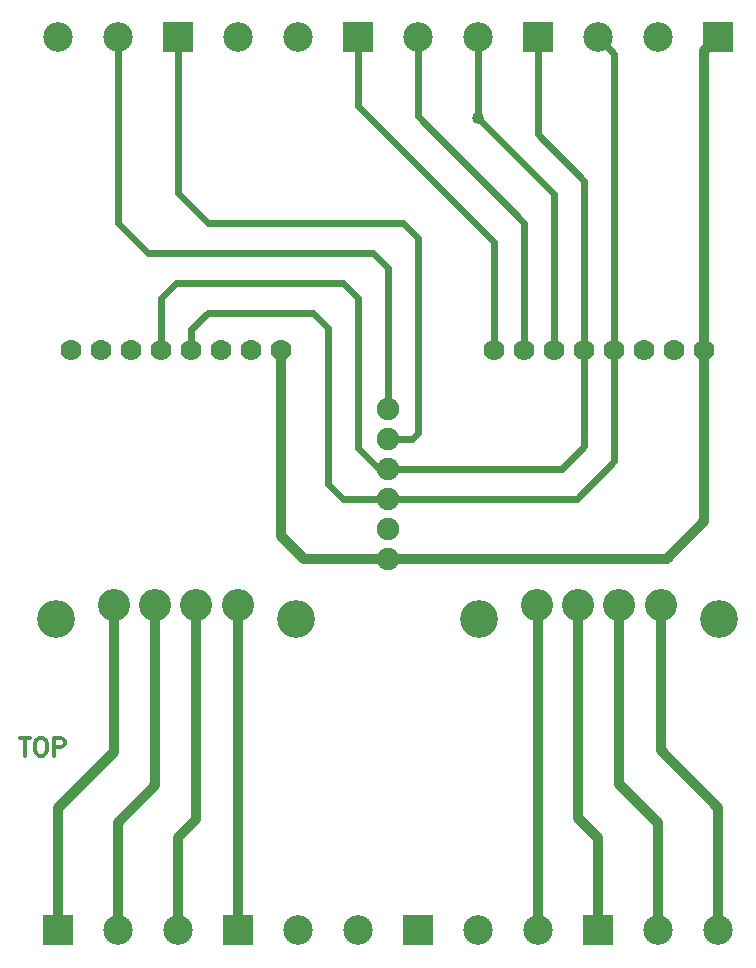
<source format=gtl>
G04 #@! TF.FileFunction,Copper,L1,Top,Signal*
%FSLAX46Y46*%
G04 Gerber Fmt 4.6, Leading zero omitted, Abs format (unit mm)*
G04 Created by KiCad (PCBNEW 4.0.6) date 06/12/17 11:19:09*
%MOMM*%
%LPD*%
G01*
G04 APERTURE LIST*
%ADD10C,0.100000*%
%ADD11C,0.300000*%
%ADD12R,2.500000X2.500000*%
%ADD13C,2.500000*%
%ADD14C,3.200400*%
%ADD15C,1.778000*%
%ADD16C,2.717800*%
%ADD17C,1.900000*%
%ADD18C,1.016000*%
%ADD19C,0.812800*%
%ADD20C,0.609600*%
G04 APERTURE END LIST*
D10*
D11*
X80585714Y-116018571D02*
X81442857Y-116018571D01*
X81014286Y-117518571D02*
X81014286Y-116018571D01*
X82228571Y-116018571D02*
X82514285Y-116018571D01*
X82657143Y-116090000D01*
X82800000Y-116232857D01*
X82871428Y-116518571D01*
X82871428Y-117018571D01*
X82800000Y-117304286D01*
X82657143Y-117447143D01*
X82514285Y-117518571D01*
X82228571Y-117518571D01*
X82085714Y-117447143D01*
X81942857Y-117304286D01*
X81871428Y-117018571D01*
X81871428Y-116518571D01*
X81942857Y-116232857D01*
X82085714Y-116090000D01*
X82228571Y-116018571D01*
X83514286Y-117518571D02*
X83514286Y-116018571D01*
X84085714Y-116018571D01*
X84228572Y-116090000D01*
X84300000Y-116161429D01*
X84371429Y-116304286D01*
X84371429Y-116518571D01*
X84300000Y-116661429D01*
X84228572Y-116732857D01*
X84085714Y-116804286D01*
X83514286Y-116804286D01*
D12*
X139700000Y-56700000D03*
D13*
X134620000Y-56700000D03*
X129540000Y-56700000D03*
D12*
X124460000Y-56700000D03*
D13*
X119380000Y-56700000D03*
X114300000Y-56700000D03*
D12*
X109220000Y-56700000D03*
D13*
X104140000Y-56700000D03*
X99060000Y-56700000D03*
D12*
X93980000Y-56700000D03*
D13*
X88900000Y-56700000D03*
X83820000Y-56700000D03*
D12*
X83820000Y-132300000D03*
D13*
X88900000Y-132300000D03*
X93980000Y-132300000D03*
D12*
X99060000Y-132300000D03*
D13*
X104140000Y-132300000D03*
X109220000Y-132300000D03*
D12*
X114300000Y-132300000D03*
D13*
X119380000Y-132300000D03*
X124460000Y-132300000D03*
D12*
X129540000Y-132300000D03*
D13*
X134620000Y-132300000D03*
X139700000Y-132300000D03*
D14*
X139827000Y-105930000D03*
X119507000Y-105930000D03*
D15*
X138557000Y-83197000D03*
X136017000Y-83197000D03*
X133477000Y-83197000D03*
X130937000Y-83197000D03*
X128397000Y-83197000D03*
X125857000Y-83197000D03*
X123317000Y-83197000D03*
X120777000Y-83197000D03*
D16*
X124360940Y-104787000D03*
X127861060Y-104787000D03*
X131345940Y-104787000D03*
X134846060Y-104787000D03*
D14*
X104013000Y-105930000D03*
X83693000Y-105930000D03*
D15*
X102743000Y-83197000D03*
X100203000Y-83197000D03*
X97663000Y-83197000D03*
X95123000Y-83197000D03*
X92583000Y-83197000D03*
X90043000Y-83197000D03*
X87503000Y-83197000D03*
X84963000Y-83197000D03*
D16*
X88546940Y-104787000D03*
X92047060Y-104787000D03*
X95531940Y-104787000D03*
X99032060Y-104787000D03*
D17*
X111760000Y-100850000D03*
X111760000Y-98310000D03*
X111760000Y-95770000D03*
X111760000Y-93230000D03*
X111760000Y-90690000D03*
X111760000Y-88150000D03*
D18*
X119380000Y-63500000D03*
D19*
X111760000Y-100850000D02*
X104660000Y-100850000D01*
X102743000Y-98933000D02*
X102743000Y-83197000D01*
X104660000Y-100850000D02*
X102743000Y-98933000D01*
X138557000Y-83197000D02*
X138557000Y-57843000D01*
X138557000Y-57843000D02*
X139700000Y-56700000D01*
X138557000Y-83197000D02*
X138557000Y-97663000D01*
X135370000Y-100850000D02*
X111760000Y-100850000D01*
X138557000Y-97663000D02*
X135370000Y-100850000D01*
D20*
X130937000Y-83197000D02*
X130937000Y-58097000D01*
X130937000Y-58097000D02*
X129540000Y-56700000D01*
X111760000Y-95770000D02*
X107950000Y-95770000D01*
X95123000Y-81407000D02*
X95123000Y-83197000D01*
X96520000Y-80010000D02*
X95123000Y-81407000D01*
X105410000Y-80010000D02*
X96520000Y-80010000D01*
X106680000Y-81280000D02*
X105410000Y-80010000D01*
X106680000Y-94500000D02*
X106680000Y-81280000D01*
X107950000Y-95770000D02*
X106680000Y-94500000D01*
X111760000Y-95770000D02*
X127750000Y-95770000D01*
X130937000Y-92583000D02*
X130937000Y-83197000D01*
X127750000Y-95770000D02*
X130937000Y-92583000D01*
X111760000Y-93230000D02*
X111010000Y-93230000D01*
X111010000Y-93230000D02*
X109220000Y-91440000D01*
X92583000Y-78740000D02*
X92583000Y-83197000D01*
X93853000Y-77470000D02*
X92583000Y-78740000D01*
X107950000Y-77470000D02*
X93853000Y-77470000D01*
X109220000Y-78740000D02*
X107950000Y-77470000D01*
X109220000Y-91440000D02*
X109220000Y-78740000D01*
X111760000Y-93230000D02*
X126480000Y-93230000D01*
X128397000Y-91313000D02*
X128397000Y-83197000D01*
X126480000Y-93230000D02*
X128397000Y-91313000D01*
X128397000Y-83197000D02*
X128397000Y-68846000D01*
X128397000Y-68846000D02*
X124460000Y-64909000D01*
X124460000Y-64909000D02*
X124460000Y-56700000D01*
X125857000Y-83197000D02*
X125857000Y-69977000D01*
X125857000Y-69977000D02*
X119380000Y-63500000D01*
X119380000Y-56700000D02*
X119380000Y-63500000D01*
X123317000Y-83197000D02*
X123317000Y-72402000D01*
X114300000Y-63385000D02*
X114300000Y-56700000D01*
X123317000Y-72402000D02*
X114300000Y-63385000D01*
X120777000Y-83197000D02*
X120777000Y-74053000D01*
X109220000Y-62496000D02*
X109220000Y-56700000D01*
X120777000Y-74053000D02*
X109220000Y-62496000D01*
D19*
X129540000Y-132300000D02*
X129540000Y-124460000D01*
X127861060Y-122781060D02*
X127861060Y-104787000D01*
X129540000Y-124460000D02*
X127861060Y-122781060D01*
X134620000Y-132300000D02*
X134620000Y-123190000D01*
X131345940Y-119915940D02*
X131345940Y-104787000D01*
X134620000Y-123190000D02*
X131345940Y-119915940D01*
X139700000Y-132300000D02*
X139700000Y-121920000D01*
X134846060Y-117066060D02*
X134846060Y-104787000D01*
X139700000Y-121920000D02*
X134846060Y-117066060D01*
X124460000Y-132300000D02*
X124460000Y-104886060D01*
X124460000Y-104886060D02*
X124360940Y-104787000D01*
X99060000Y-132300000D02*
X99060000Y-104814940D01*
X99060000Y-104814940D02*
X99032060Y-104787000D01*
X83820000Y-132300000D02*
X83820000Y-121920000D01*
X88546940Y-117193060D02*
X88546940Y-104787000D01*
X83820000Y-121920000D02*
X88546940Y-117193060D01*
X88900000Y-132300000D02*
X88900000Y-123190000D01*
X92047060Y-120042940D02*
X92047060Y-104787000D01*
X88900000Y-123190000D02*
X92047060Y-120042940D01*
X93980000Y-132300000D02*
X93980000Y-124460000D01*
X95531940Y-122908060D02*
X95531940Y-104787000D01*
X93980000Y-124460000D02*
X95531940Y-122908060D01*
D20*
X111760000Y-90690000D02*
X113780000Y-90690000D01*
X93980000Y-69850000D02*
X93980000Y-56700000D01*
X96520000Y-72390000D02*
X93980000Y-69850000D01*
X113030000Y-72390000D02*
X96520000Y-72390000D01*
X114300000Y-73660000D02*
X113030000Y-72390000D01*
X114300000Y-90170000D02*
X114300000Y-73660000D01*
X113780000Y-90690000D02*
X114300000Y-90170000D01*
X112510000Y-90690000D02*
X111760000Y-90690000D01*
X111760000Y-88150000D02*
X111760000Y-76200000D01*
X88900000Y-72390000D02*
X88900000Y-56700000D01*
X91440000Y-74930000D02*
X88900000Y-72390000D01*
X110490000Y-74930000D02*
X91440000Y-74930000D01*
X111760000Y-76200000D02*
X110490000Y-74930000D01*
M02*

</source>
